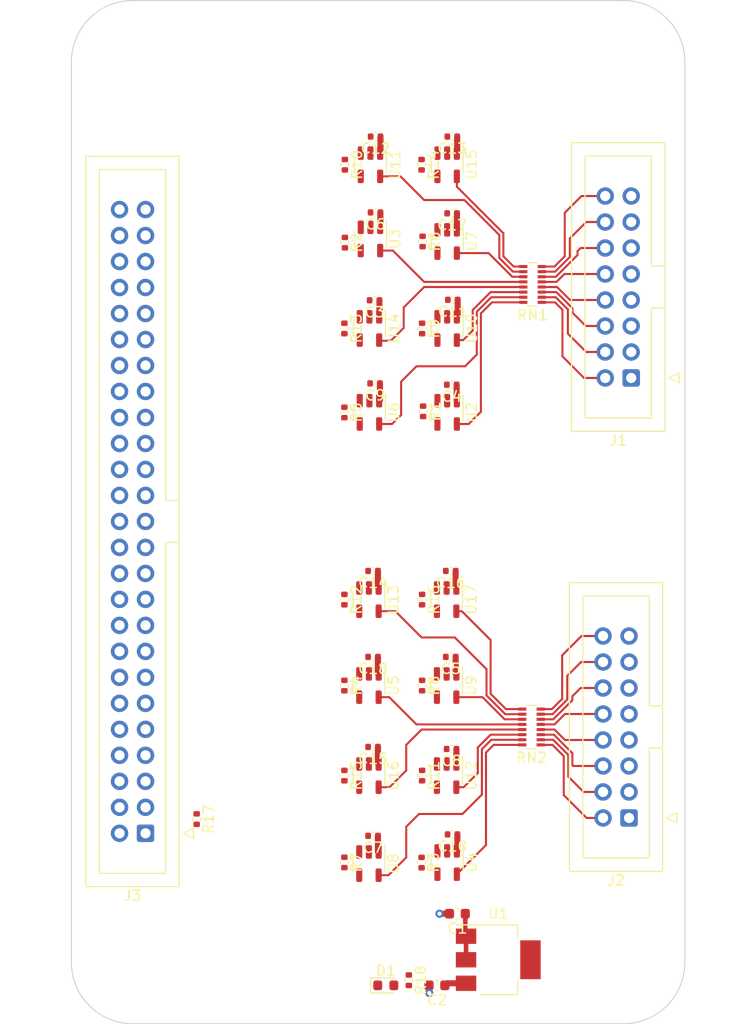
<source format=kicad_pcb>
(kicad_pcb (version 20211014) (generator pcbnew)
  (layers (0 "F.Cu" power) (1 "In1.Cu" signal) (2 "In2.Cu" signal) (31 "B.Cu" power) (34 "B.Paste" user) (35 "F.Paste" user) (36 "B.SilkS" user "B.Silkscreen") (37 "F.SilkS" user "F.Silkscreen") (38 "B.Mask" user) (39 "F.Mask" user) (44 "Edge.Cuts" user))
  (net 0 "")
  (net 1 "+4V")
  (net 2 "GND")
  (net 3 "VCC")
  (net 4 "Net-(D1-Pad2)")
  (net 5 "Net-(J1-Pad2)")
  (net 6 "Net-(J1-Pad4)")
  (net 7 "Net-(J1-Pad6)")
  (net 8 "Net-(J1-Pad8)")
  (net 9 "Net-(J1-Pad10)")
  (net 10 "Net-(J1-Pad12)")
  (net 11 "Net-(J1-Pad14)")
  (net 12 "Net-(J1-Pad16)")
  (net 13 "Net-(J2-Pad2)")
  (net 14 "Net-(J2-Pad4)")
  (net 15 "Net-(J2-Pad6)")
  (net 16 "Net-(J2-Pad8)")
  (net 17 "Net-(J2-Pad10)")
  (net 18 "Net-(J2-Pad12)")
  (net 19 "Net-(J2-Pad14)")
  (net 20 "Net-(J2-Pad16)")
  (net 21 "/~{Probe detect}")
  (net 26 "/D8-")
  (net 27 "/D8+")
  (net 28 "/D9+")
  (net 29 "/D9-")
  (net 30 "/D0-")
  (net 31 "/D0+")
  (net 32 "/D1+")
  (net 33 "/D1-")
  (net 34 "/D10-")
  (net 35 "/D10+")
  (net 36 "/D11-")
  (net 37 "/D11+")
  (net 38 "/D2-")
  (net 39 "/D2+")
  (net 40 "/D3+")
  (net 41 "/D3-")
  (net 42 "/D12-")
  (net 43 "/D12+")
  (net 44 "/D13+")
  (net 45 "/D13-")
  (net 46 "/D4-")
  (net 47 "/D4+")
  (net 48 "/D5+")
  (net 49 "/D5-")
  (net 50 "/D14+")
  (net 51 "/D14-")
  (net 52 "/D15+")
  (net 53 "/D15-")
  (net 54 "/D6-")
  (net 55 "/D6+")
  (net 56 "/D7+")
  (net 57 "/D7-")
  (net 58 "/Di7")
  (net 59 "/Di6")
  (net 60 "/Di5")
  (net 61 "/Di4")
  (net 62 "/Di3")
  (net 63 "/Di2")
  (net 64 "/Di1")
  (net 65 "/Di0")
  (net 66 "/Di15")
  (net 67 "/Di14")
  (net 68 "/Di13")
  (net 69 "/Di12")
  (net 70 "/Di11")
  (net 71 "/Di10")
  (net 72 "/Di9")
  (net 73 "/Di8")
  (footprint "Capacitor_SMD:C_0402_1005Metric" (layer "F.Cu") (at 29.740906 20.712914 180)
    (fp_text reference "C6")
    (fp_text value "100n")
  )
  (footprint "Capacitor_SMD:C_0402_1005Metric" (layer "F.Cu") (at 29.5 64.15 180)
    (fp_text reference "C18")
    (fp_text value "100n")
  )
  (footprint "Package_TO_SOT_SMD:SOT-23-5" (layer "F.Cu") (at 29.25 16.05 -90)
    (fp_text reference "U11")
    (fp_text value "SN65LVDS1DBV")
  )
  (footprint "Capacitor_SMD:C_0402_1005Metric" (layer "F.Cu") (at 29.5 55.75 180)
    (fp_text reference "C14")
    (fp_text value "100n")
  )
  (footprint "Resistor_SMD:R_0402_1005Metric" (layer "F.Cu") (at 12.25 80 -90)
    (fp_text reference "R17")
    (fp_text value "100R")
  )
  (footprint "Resistor_SMD:R_0402_1005Metric" (layer "F.Cu") (at 34.4 40.15 -90)
    (fp_text reference "R1")
    (fp_text value "100R")
  )
  (footprint "Capacitor_SMD:C_0402_1005Metric" (layer "F.Cu") (at 29.699146 37.42 180)
    (fp_text reference "C9")
    (fp_text value "100n")
  )
  (footprint "Resistor_SMD:R_Array_Convex_8x0602" (layer "F.Cu") (at 45 71 180)
    (fp_text reference "RN2")
    (fp_text value "100R")
  )
  (footprint "Capacitor_SMD:C_0402_1005Metric" (layer "F.Cu") (at 37.18 73.15 180)
    (fp_text reference "C8")
    (fp_text value "100n")
  )
  (footprint "Resistor_SMD:R_0402_1005Metric" (layer "F.Cu") (at 26.7 32.05 -90)
    (fp_text reference "R13")
    (fp_text value "100R")
  )
  (footprint "Capacitor_SMD:C_0402_1005Metric" (layer "F.Cu") (at 37.23 20.8 180)
    (fp_text reference "C17")
    (fp_text value "100n")
  )
  (footprint "Capacitor_SMD:C_0402_1005Metric" (layer "F.Cu") (at 37.1 64.15 180)
    (fp_text reference "C5")
    (fp_text value "100n")
  )
  (footprint "Capacitor_SMD:C_0402_1005Metric" (layer "F.Cu") (at 29.5 72.95 180)
    (fp_text reference "C15")
    (fp_text value "100n")
  )
  (footprint "ownLib:MountingHole_3.2mm_M3_no_Mask" (layer "F.Cu") (at 6 6)
    (fp_text reference "REF**" hide)
    (fp_text value "MountingHole_3.2mm_M3_no_Mask")
  )
  (footprint "Resistor_SMD:R_0402_1005Metric" (layer "F.Cu") (at 26.7 58.55 -90)
    (fp_text reference "R12")
    (fp_text value "100R")
  )
  (footprint "Connector_IDC:IDC-Header_2x25_P2.54mm_Vertical" (layer "F.Cu") (at 7.25 81.39 180)
    (fp_text reference "J3")
    (fp_text value "Connector Oscilloscope")
  )
  (footprint "Package_TO_SOT_SMD:SOT-23-5" (layer "F.Cu") (at 29.15 32.05 -90)
    (fp_text reference "U14")
    (fp_text value "SN65LVDS1DBV")
  )
  (footprint "Package_TO_SOT_SMD:SOT-23-5" (layer "F.Cu") (at 36.7 58.55 -90)
    (fp_text reference "U17")
    (fp_text value "SN65LVDS1DBV")
  )
  (footprint "Package_TO_SOT_SMD:SOT-23-5" (layer "F.Cu") (at 36.7 66.95 -90)
    (fp_text reference "U9")
    (fp_text value "SN65LVDS1DBV")
  )
  (footprint "Resistor_SMD:R_0402_1005Metric" (layer "F.Cu") (at 26.7 75.75 -90)
    (fp_text reference "R15")
    (fp_text value "100R")
  )
  (footprint "Capacitor_SMD:C_0402_1005Metric" (layer "F.Cu") (at 37.25 13.3 180)
    (fp_text reference "C13")
    (fp_text value "100n")
  )
  (footprint "Resistor_SMD:R_0402_1005Metric" (layer "F.Cu") (at 34.35 23.55 -90)
    (fp_text reference "R6")
    (fp_text value "100R")
  )
  (footprint "Package_TO_SOT_SMD:SOT-223" (layer "F.Cu") (at 41.75 93.75)
    (fp_text reference "U1")
    (fp_text value "MC33375ST-3.3T3G")
  )
  (footprint "Package_TO_SOT_SMD:SOT-23-5" (layer "F.Cu") (at 36.7 75.75 -90)
    (fp_text reference "U12")
    (fp_text value "SN65LVDS1DBV")
  )
  (footprint "Capacitor_SMD:C_0603_1608Metric" (layer "F.Cu") (at 35.75 96.25 180)
    (fp_text reference "C2")
    (fp_text value "10u")
  )
  (footprint "Package_TO_SOT_SMD:SOT-23-5" (layer "F.Cu") (at 29.1 84.35 -90)
    (fp_text reference "U8")
    (fp_text value "SN65LVDS1DBV")
  )
  (footprint "Capacitor_SMD:C_0402_1005Metric" (layer "F.Cu") (at 37.3 29.25 180)
    (fp_text reference "C11")
    (fp_text value "100n")
  )
  (footprint "Package_TO_SOT_SMD:SOT-23-5" (layer "F.Cu") (at 36.75 40.25 -90)
    (fp_text reference "U2")
    (fp_text value "SN65LVDS1DBV")
  )
  (footprint "Resistor_SMD:R_0402_1005Metric" (layer "F.Cu") (at 34.3 66.95 -90)
    (fp_text reference "R8")
    (fp_text value "100R")
  )
  (footprint "ownLib:MountingHole_3.2mm_M3_no_Mask" (layer "F.Cu") (at 54 6)
    (fp_text reference "REF**" hide)
    (fp_text value "MountingHole_3.2mm_M3_no_Mask")
  )
  (footprint "Package_TO_SOT_SMD:SOT-23-5" (layer "F.Cu") (at 36.75 84.25 -90)
    (fp_text reference "U4")
    (fp_text value "SN65LVDS1DBV")
  )
  (footprint "Capacitor_SMD:C_0402_1005Metric" (layer "F.Cu") (at 37.1 55.75 180)
    (fp_text reference "C16")
    (fp_text value "100n")
  )
  (footprint "ownLib:MountingHole_3.2mm_M3_no_Mask" (layer "F.Cu") (at 6 94)
    (fp_text reference "REF**" hide)
    (fp_text value "MountingHole_3.2mm_M3_no_Mask")
  )
  (footprint "Resistor_SMD:R_0402_1005Metric" (layer "F.Cu") (at 34.3 58.55 -90)
    (fp_text reference "R16")
    (fp_text value "100R")
  )
  (footprint "Diode_SMD:D_0603_1608Metric" (layer "F.Cu") (at 30.75 96.25)
    (fp_text reference "D1")
    (fp_text value "LED")
  )
  (footprint "Resistor_SMD:R_0402_1005Metric" (layer "F.Cu") (at 34.3 32.05 -90)
    (fp_text reference "R9")
    (fp_text value "100R")
  )
  (footprint "Package_TO_SOT_SMD:SOT-23-5" (layer "F.Cu") (at 29.1 66.95 -90)
    (fp_text reference "U5")
    (fp_text value "SN65LVDS1DBV")
  )
  (footprint "Capacitor_SMD:C_0402_1005Metric" (layer "F.Cu") (at 29.5 81.6375 180)
    (fp_text reference "C7")
    (fp_text value "100n")
  )
  (footprint "Package_TO_SOT_SMD:SOT-23-5" (layer "F.Cu") (at 36.75 32.05 -90)
    (fp_text reference "U10")
    (fp_text value "SN65LVDS1DBV")
  )
  (footprint "Package_TO_SOT_SMD:SOT-23-5" (layer "F.Cu") (at 29.1 58.55 -90)
    (fp_text reference "U13")
    (fp_text value "SN65LVDS1DBV")
  )
  (footprint "Capacitor_SMD:C_0402_1005Metric" (layer "F.Cu") (at 29.65 29.3 180)
    (fp_text reference "C3")
    (fp_text value "100n")
  )
  (footprint "Package_TO_SOT_SMD:SOT-23-5" (layer "F.Cu") (at 36.75 16.05 -90)
    (fp_text reference "U15")
    (fp_text value "SN65LVDS1DBV")
  )
  (footprint "Resistor_SMD:R_0402_1005Metric" (layer "F.Cu") (at 34.3 75.75 -90)
    (fp_text reference "R11")
    (fp_text value "100R")
  )
  (footprint "Capacitor_SMD:C_0402_1005Metric" (layer "F.Cu") (at 29.75 13.3 180)
    (fp_text reference "C12")
    (fp_text value "100n")
  )
  (footprint "Connector_IDC:IDC-Header_2x08_P2.54mm_Vertical" (layer "F.Cu") (at 54.54 79.89 180)
    (fp_text reference "J2")
    (fp_text value "Input 8 - 15")
  )
  (footprint "Resistor_SMD:R_Array_Convex_8x0602" (layer "F.Cu") (at 45.1 27.75 180)
    (fp_text reference "RN1")
    (fp_text value "100R")
  )
  (footprint "Resistor_SMD:R_0402_1005Metric" (layer "F.Cu") (at 26.7 66.95 -90)
    (fp_text reference "R4")
    (fp_text value "100R")
  )
  (footprint "Package_TO_SOT_SMD:SOT-23-5" (layer "F.Cu") (at 29.25 23.3 -90)
    (fp_text reference "U3")
    (fp_text value "SN65LVDS1DBV")
  )
  (footprint "Resistor_SMD:R_0402_1005Metric" (layer "F.Cu") (at 26.75 23.6625 -90)
    (fp_text reference "R2")
    (fp_text value "100R")
  )
  (footprint "Package_TO_SOT_SMD:SOT-23-5" (layer "F.Cu") (at 29.1 75.75 -90)
    (fp_text reference "U16")
    (fp_text value "SN65LVDS1DBV")
  )
  (footprint "Capacitor_SMD:C_0402_1005Metric" (layer "F.Cu") (at 37.2 37.55 180)
    (fp_text reference "C4")
    (fp_text value "100n")
  )
  (footprint "Resistor_SMD:R_0402_1005Metric" (layer "F.Cu") (at 26.7 84.2375 -90)
    (fp_text reference "R7")
    (fp_text value "100R")
  )
  (footprint "ownLib:MountingHole_3.2mm_M3_no_Mask" (layer "F.Cu") (at 54 94)
    (fp_text reference "REF**" hide)
    (fp_text value "MountingHole_3.2mm_M3_no_Mask")
  )
  (footprint "Package_TO_SOT_SMD:SOT-23-5" (layer "F.Cu") (at 29.15 40.25 -90)
    (fp_text reference "U6")
    (fp_text value "SN65LVDS1DBV")
  )
  (footprint "Resistor_SMD:R_0402_1005Metric" (layer "F.Cu") (at 26.75 16.05 -90)
    (fp_text reference "R10")
    (fp_text value "100R")
  )
  (footprint "Resistor_SMD:R_0402_1005Metric" (layer "F.Cu") (at 33 95.75 -90)
    (fp_text reference "R18")
    (fp_text value "5k")
  )
  (footprint "Resistor_SMD:R_0402_1005Metric" (layer "F.Cu") (at 34.25 16.05 -90)
    (fp_text reference "R14")
    (fp_text value "100R")
  )
  (footprint "Resistor_SMD:R_0402_1005Metric" (layer "F.Cu") (at 34.25 84.25 -90)
    (fp_text reference "R3")
    (fp_text value "100R")
  )
  (footprint "Capacitor_SMD:C_0402_1005Metric" (layer "F.Cu") (at 37.27 81.5 180)
    (fp_text reference "C10")
    (fp_text value "100n")
  )
  (footprint "Package_TO_SOT_SMD:SOT-23-5" (layer "F.Cu") (at 36.75 23.55 -90)
    (fp_text reference "U7")
    (fp_text value "SN65LVDS1DBV")
  )
  (footprint "Capacitor_SMD:C_0603_1608Metric" (layer "F.Cu") (at 37.75 89.25 180)
    (fp_text reference "C1")
    (fp_text value "10u")
  )
  (footprint "Connector_IDC:IDC-Header_2x08_P2.54mm_Vertical" (layer "F.Cu") (at 54.7525 36.89 180)
    (fp_text reference "J1")
    (fp_text value "Input 0 - 7")
  )
  (footprint "Resistor_SMD:R_0402_1005Metric" (layer "F.Cu") (at 26.699146 40.26 -90)
    (fp_text reference "R5")
    (fp_text value "100R")
  )
  (gr_arc (start 60 94) (mid 58.242641 98.242641) (end 54 100) (layer "Edge.Cuts") (width 0.1))
  (gr_arc (start 54 0) (mid 58.242641 1.757359) (end 60 6) (layer "Edge.Cuts") (width 0.1))
  (gr_line (start 54 100) (end 6 100) (layer "Edge.Cuts") (width 0.1))
  (gr_arc (start 6 100) (mid 1.757359 98.242641) (end 0 94) (layer "Edge.Cuts") (width 0.1))
  (gr_line (start 0 94) (end 0 6) (layer "Edge.Cuts") (width 0.1))
  (gr_arc (start 0 6) (mid 1.757359 1.757359) (end 6 0) (layer "Edge.Cuts") (width 0.1))
  (gr_line (start 60 6) (end 60 94) (layer "Edge.Cuts") (width 0.1))
  (gr_line (start 6 0) (end 54 0) (layer "Edge.Cuts") (width 0.1))
  (segment (start 38.525 91.375) (end 38.6 91.45) (width 0.45) (layer "F.Cu") (net 1))
  (segment (start 38.525 89.25) (end 38.525 91.375) (width 0.45) (layer "F.Cu") (net 1))
  (segment (start 38.6 91.45) (end 38.6 93.75) (width 0.45) (layer "F.Cu") (net 1))
  (segment (start 34.975 96.25) (end 34.975 96.975) (width 0.6) (layer "F.Cu") (net 2))
  (segment (start 34.975 96.975) (end 35 97) (width 0.6) (layer "F.Cu") (net 2))
  (segment (start 36.975 89.25) (end 36 89.25) (width 0.6) (layer "F.Cu") (net 2))
  (via (at 36 89.25) (size 0.8) (drill 0.4) (layers "F.Cu" "B.Cu") (net 2))
  (via (at 35 97) (size 0.8) (drill 0.4) (layers "F.Cu" "B.Cu") (net 2))
  (segment (start 36.725 96.05) (end 36.525 96.25) (width 0.6) (layer "F.Cu") (net 3))
  (segment (start 37.68 37.55) (end 37.68 39.0925) (width 0.6) (layer "F.Cu") (net 3))
  (segment (start 30.179146 39.033354) (end 30.1 39.1125) (width 0.6) (layer "F.Cu") (net 3))
  (segment (start 29.98 55.75) (end 29.98 57.3425) (width 0.6) (layer "F.Cu") (net 3))
  (segment (start 37.66 73.15) (end 37.66 74.6025) (width 0.6) (layer "F.Cu") (net 3))
  (segment (start 29.98 74.5425) (end 30.05 74.6125) (width 0.6) (layer "F.Cu") (net 3))
  (segment (start 37.58 65.7425) (end 37.65 65.8125) (width 0.6) (layer "F.Cu") (net 3))
  (segment (start 29.98 81.6375) (end 29.98 83.1425) (width 0.6) (layer "F.Cu") (net 3))
  (segment (start 30.13 30.8825) (end 30.1 30.9125) (width 0.6) (layer "F.Cu") (net 3))
  (segment (start 30.23 13.3) (end 30.23 14.8825) (width 0.6) (layer "F.Cu") (net 3))
  (segment (start 37.73 14.8825) (end 37.7 14.9125) (width 0.6) (layer "F.Cu") (net 3))
  (segment (start 29.98 57.3425) (end 30.05 57.4125) (width 0.6) (layer "F.Cu") (net 3))
  (segment (start 37.73 13.3) (end 37.73 14.8825) (width 0.6) (layer "F.Cu") (net 3))
  (segment (start 29.98 83.1425) (end 30.05 83.2125) (width 0.6) (layer "F.Cu") (net 3))
  (segment (start 37.68 39.0925) (end 37.7 39.1125) (width 0.6) (layer "F.Cu") (net 3))
  (segment (start 37.71 20.8) (end 37.71 22.4025) (width 0.6) (layer "F.Cu") (net 3))
  (segment (start 29.98 64.15) (end 29.98 65.7425) (width 0.6) (layer "F.Cu") (net 3))
  (segment (start 37.78 29.25) (end 37.78 30.8325) (width 0.6) (layer "F.Cu") (net 3))
  (segment (start 38.6 96.05) (end 36.725 96.05) (width 0.6) (layer "F.Cu") (net 3))
  (segment (start 29.98 65.7425) (end 30.05 65.8125) (width 0.6) (layer "F.Cu") (net 3))
  (segment (start 37.58 64.15) (end 37.58 65.7425) (width 0.6) (layer "F.Cu") (net 3))
  (segment (start 30.220906 20.712914) (end 30.220906 22.141594) (width 0.6) (layer "F.Cu") (net 3))
  (segment (start 30.220906 22.141594) (end 30.2 22.1625) (width 0.6) (layer "F.Cu") (net 3))
  (segment (start 30.179146 37.42) (end 30.179146 39.033354) (width 0.6) (layer "F.Cu") (net 3))
  (segment (start 37.75 81.5) (end 37.75 83.0625) (width 0.6) (layer "F.Cu") (net 3))
  (segment (start 37.78 30.8325) (end 37.7 30.9125) (width 0.6) (layer "F.Cu") (net 3))
  (segment (start 29.98 72.95) (end 29.98 74.5425) (width 0.6) (layer "F.Cu") (net 3))
  (segment (start 37.58 57.3425) (end 37.65 57.4125) (width 0.6) (layer "F.Cu") (net 3))
  (segment (start 37.58 55.75) (end 37.58 57.3425) (width 0.6) (layer "F.Cu") (net 3))
  (segment (start 37.66 74.6025) (end 37.65 74.6125) (width 0.6) (layer "F.Cu") (net 3))
  (segment (start 37.75 83.0625) (end 37.7 83.1125) (width 0.6) (layer "F.Cu") (net 3))
  (segment (start 30.23 14.8825) (end 30.2 14.9125) (width 0.6) (layer "F.Cu") (net 3))
  (segment (start 30.13 29.3) (end 30.13 30.8825) (width 0.6) (layer "F.Cu") (net 3))
  (segment (start 37.71 22.4025) (end 37.7 22.4125) (width 0.6) (layer "F.Cu") (net 3))
  (segment (start 46 29.5) (end 47.304982 29.5) (width 0.2) (layer "F.Cu") (net 5))
  (segment (start 48.027491 34.777491) (end 50.14 36.89) (width 0.2) (layer "F.Cu") (net 5))
  (segment (start 50.14 36.89) (end 52.2125 36.89) (width 0.2) (layer "F.Cu") (net 5))
  (segment (start 47.304982 29.5) (end 48.027491 30.222509) (width 0.2) (layer "F.Cu") (net 5))
  (segment (start 48.027491 30.222509) (end 48.027491 34.777491) (width 0.2) (layer "F.Cu") (net 5))
  (segment (start 48.559994 32.559994) (end 50.35 34.35) (width 0.2) (layer "F.Cu") (net 6))
  (segment (start 48.559994 30.190006) (end 48.559994 32.559994) (width 0.2) (layer "F.Cu") (net 6))
  (segment (start 47.369988 29) (end 48.559994 30.190006) (width 0.2) (layer "F.Cu") (net 6))
  (segment (start 46 29) (end 47.369988 29) (width 0.2) (layer "F.Cu") (net 6))
  (segment (start 50.35 34.35) (end 52.2125 34.35) (width 0.2) (layer "F.Cu") (net 6))
  (segment (start 50.31 31.81) (end 52.2125 31.81) (width 0.2) (layer "F.Cu") (net 7))
  (segment (start 47.434994 28.5) (end 49 30.065006) (width 0.2) (layer "F.Cu") (net 7))
  (segment (start 49 30.5) (end 50.31 31.81) (width 0.2) (layer "F.Cu") (net 7))
  (segment (start 46 28.5) (end 47.434994 28.5) (width 0.2) (layer "F.Cu") (net 7))
  (segment (start 49 30.065006) (end 49 30.5) (width 0.2) (layer "F.Cu") (net 7))
  (segment (start 48.77 29.27) (end 52.2125 29.27) (width 0.2) (layer "F.Cu") (net 8))
  (segment (start 46 28) (end 47.5 28) (width 0.2) (layer "F.Cu") (net 8))
  (segment (start 47.5 28) (end 48.77 29.27) (width 0.2) (layer "F.Cu") (net 8))
  (segment (start 46 27.5) (end 47.445018 27.5) (width 0.2) (layer "F.Cu") (net 9))
  (segment (start 47.445018 27.5) (end 48.215018 26.73) (width 0.2) (layer "F.Cu") (net 9))
  (segment (start 48.215018 26.73) (end 52.2125 26.73) (width 0.2) (layer "F.Cu") (net 9))
  (segment (start 49.81 24.19) (end 52.2125 24.19) (width 0.2) (layer "F.Cu") (net 10))
  (segment (start 49.5 24.880012) (end 49.5 24.5) (width 0.2) (layer "F.Cu") (net 10))
  (segment (start 49.5 24.5) (end 49.81 24.19) (width 0.2) (layer "F.Cu") (net 10))
  (segment (start 46 27) (end 47.380012 27) (width 0.2) (layer "F.Cu") (net 10))
  (segment (start 47.380012 27) (end 49.5 24.880012) (width 0.2) (layer "F.Cu") (net 10))
  (segment (start 50.35 21.65) (end 52.2125 21.65) (width 0.2) (layer "F.Cu") (net 11))
  (segment (start 46 26.5) (end 47.315006 26.5) (width 0.2) (layer "F.Cu") (net 11))
  (segment (start 48.75 25.065006) (end 48.75 23.25) (width 0.2) (layer "F.Cu") (net 11))
  (segment (start 47.315006 26.5) (end 48.75 25.065006) (width 0.2) (layer "F.Cu") (net 11))
  (segment (start 48.75 23.25) (end 50.35 21.65) (width 0.2) (layer "F.Cu") (net 11))
  (segment (start 46 26) (end 47.25 26) (width 0.2) (layer "F.Cu") (net 12))
  (segment (start 47.25 26) (end 48.25 25) (width 0.2) (layer "F.Cu") (net 12))
  (segment (start 48.25 20.75) (end 49.89 19.11) (width 0.2) (layer "F.Cu") (net 12))
  (segment (start 48.25 25) (end 48.25 20.75) (width 0.2) (layer "F.Cu") (net 12))
  (segment (start 49.89 19.11) (end 52.2125 19.11) (width 0.2) (layer "F.Cu") (net 12))
  (segment (start 45.9 72.75) (end 47.054982 72.75) (width 0.2) (layer "F.Cu") (net 13))
  (segment (start 48.152491 73.847509) (end 48.152491 77.652491) (width 0.2) (layer "F.Cu") (net 13))
  (segment (start 50.39 79.89) (end 52 79.89) (width 0.2) (layer "F.Cu") (net 13))
  (segment (start 48.152491 77.652491) (end 50.39 79.89) (width 0.2) (layer "F.Cu") (net 13))
  (segment (start 47.054982 72.75) (end 48.152491 73.847509) (width 0.2) (layer "F.Cu") (net 13))
  (segment (start 48.60048 75.85048) (end 50.1 77.35) (width 0.2) (layer "F.Cu") (net 14))
  (segment (start 45.9 72.25) (end 47.119988 72.25) (width 0.2) (layer "F.Cu") (net 14))
  (segment (start 47.119988 72.25) (end 48.60048 73.730492) (width 0.2) (layer "F.Cu") (net 14))
  (segment (start 48.60048 73.730492) (end 48.60048 75.85048) (width 0.2) (layer "F.Cu") (net 14))
  (segment (start 50.1 77.35) (end 52 77.35) (width 0.2) (layer "F.Cu") (net 14))
  (segment (start 49.06 74.81) (end 52 74.81) (width 0.2) (layer "F.Cu") (net 15))
  (segment (start 49 74.75) (end 49.06 74.81) (width 0.2) (layer "F.Cu") (net 15))
  (segment (start 45.9 71.75) (end 47.184994 71.75) (width 0.2) (layer "F.Cu") (net 15))
  (segment (start 47.184994 71.75) (end 49 73.565006) (width 0.2) (layer "F.Cu") (net 15))
  (segment (start 49 73.565006) (end 49 74.75) (width 0.2) (layer "F.Cu") (net 15))
  (segment (start 45.9 71.25) (end 47.25 71.25) (width 0.2) (layer "F.Cu") (net 16))
  (segment (start 48.27 72.27) (end 52 72.27) (width 0.2) (layer "F.Cu") (net 16))
  (segment (start 47.25 71.25) (end 48.27 72.27) (width 0.2) (layer "F.Cu") (net 16))
  (segment (start 47.25 70.75) (end 48.27 69.73) (width 0.2) (layer "F.Cu") (net 17))
  (segment (start 45.9 70.75) (end 47.25 70.75) (width 0.2) (layer "F.Cu") (net 17))
  (segment (start 48.27 69.73) (end 52 69.73) (width 0.2) (layer "F.Cu") (net 17))
  (segment (start 49.81 67.19) (end 52 67.19) (width 0.2) (layer "F.Cu") (net 18))
  (segment (start 49 68) (end 49.81 67.19) (width 0.2) (layer "F.Cu") (net 18))
  (segment (start 47.130012 70.25) (end 49 68.380012) (width 0.2) (layer "F.Cu") (net 18))
  (segment (start 49 68.380012) (end 49 68) (width 0.2) (layer "F.Cu") (net 18))
  (segment (start 45.9 70.25) (end 47.130012 70.25) (width 0.2) (layer "F.Cu") (net 18))
  (segment (start 45.9 69.75) (end 47.065006 69.75) (width 0.2) (layer "F.Cu") (net 19))
  (segment (start 47.065006 69.75) (end 48.5 68.315006) (width 0.2) (layer "F.Cu") (net 19))
  (segment (start 48.5 66) (end 49.85 64.65) (width 0.2) (layer "F.Cu") (net 19))
  (segment (start 49.85 64.65) (end 52 64.65) (width 0.2) (layer "F.Cu") (net 19))
  (segment (start 48.5 68.315006) (end 48.5 66) (width 0.2) (layer "F.Cu") (net 19))
  (segment (start 49.89 62.11) (end 52 62.11) (width 0.2) (layer "F.Cu") (net 20))
  (segment (start 47 69.25) (end 48 68.25) (width 0.2) (layer "F.Cu") (net 20))
  (segment (start 48 68.25) (end 48 64) (width 0.2) (layer "F.Cu") (net 20))
  (segment (start 48 64) (end 49.89 62.11) (width 0.2) (layer "F.Cu") (net 20))
  (segment (start 45.9 69.25) (end 47 69.25) (width 0.2) (layer "F.Cu") (net 20))
  (segment (start 42.25 22.75) (end 42.25 25) (width 0.2) (layer "F.Cu") (net 58))
  (segment (start 37.7 17.1875) (end 37.7 18.2) (width 0.2) (layer "F.Cu") (net 58))
  (segment (start 42.25 25) (end 43.25 26) (width 0.2) (layer "F.Cu") (net 58))
  (segment (start 43.25 26) (end 44.2 26) (width 0.2) (layer "F.Cu") (net 58))
  (segment (start 37.7 18.2) (end 42.25 22.75) (width 0.2) (layer "F.Cu") (net 58))
  (segment (start 34.5 19.5) (end 38.434994 19.5) (width 0.2) (layer "F.Cu") (net 59))
  (segment (start 38.434994 19.5) (end 41.85048 22.915486) (width 0.2) (layer "F.Cu") (net 59))
  (segment (start 41.85048 22.915486) (end 41.85048 25.165486) (width 0.2) (layer "F.Cu") (net 59))
  (segment (start 41.85048 25.165486) (end 43.184994 26.5) (width 0.2) (layer "F.Cu") (net 59))
  (segment (start 32.1875 17.1875) (end 34.5 19.5) (width 0.2) (layer "F.Cu") (net 59))
  (segment (start 43.184994 26.5) (end 44.2 26.5) (width 0.2) (layer "F.Cu") (net 59))
  (segment (start 30.2 17.1875) (end 32.1875 17.1875) (width 0.2) (layer "F.Cu") (net 59))
  (segment (start 40.807488 24.6875) (end 43.119988 27) (width 0.2) (layer "F.Cu") (net 60))
  (segment (start 43.119988 27) (end 44.2 27) (width 0.2) (layer "F.Cu") (net 60))
  (segment (start 37.7 24.6875) (end 40.807488 24.6875) (width 0.2) (layer "F.Cu") (net 60))
  (segment (start 30.2 24.4375) (end 31.4375 24.4375) (width 0.2) (layer "F.Cu") (net 61))
  (segment (start 31.4375 24.4375) (end 34.5 27.5) (width 0.2) (layer "F.Cu") (net 61))
  (segment (start 34.5 27.5) (end 44.2 27.5) (width 0.2) (layer "F.Cu") (net 61))
  (segment (start 32.5 32) (end 32.5 30) (width 0.2) (layer "F.Cu") (net 62))
  (segment (start 34.5 28) (end 44.2 28) (width 0.2) (layer "F.Cu") (net 62))
  (segment (start 30.1625 33.25) (end 31.25 33.25) (width 0.2) (layer "F.Cu") (net 62))
  (segment (start 31.25 33.25) (end 32.5 32) (width 0.2) (layer "F.Cu") (net 62))
  (segment (start 30.1 33.1875) (end 30.1625 33.25) (width 0.2) (layer "F.Cu") (net 62))
  (segment (start 32.5 30) (end 34.5 28) (width 0.2) (layer "F.Cu") (net 62))
  (segment (start 39.25 32.25) (end 39.25 30.25) (width 0.2) (layer "F.Cu") (net 63))
  (segment (start 38.3125 33.1875) (end 39.25 32.25) (width 0.2) (layer "F.Cu") (net 63))
  (segment (start 37.7 33.1875) (end 38.3125 33.1875) (width 0.2) (layer "F.Cu") (net 63))
  (segment (start 41 28.5) (end 44.2 28.5) (width 0.2) (layer "F.Cu") (net 63))
  (segment (start 39.25 30.25) (end 41 28.5) (width 0.2) (layer "F.Cu") (net 63))
  (segment (start 39.64952 34.60048) (end 39.64952 30.415486) (width 0.2) (layer "F.Cu") (net 64))
  (segment (start 30.1 41.3875) (end 31.3625 41.3875) (width 0.2) (layer "F.Cu") (net 64))
  (segment (start 41.065006 29) (end 44.2 29) (width 0.2) (layer "F.Cu") (net 64))
  (segment (start 38.5 35.75) (end 39.64952 34.60048) (width 0.2) (layer "F.Cu") (net 64))
  (segment (start 31.3625 41.3875) (end 32.25 40.5) (width 0.2) (layer "F.Cu") (net 64))
  (segment (start 32.25 40.5) (end 32.25 37.25) (width 0.2) (layer "F.Cu") (net 64))
  (segment (start 32.25 37.25) (end 33.75 35.75) (width 0.2) (layer "F.Cu") (net 64))
  (segment (start 39.64952 30.415486) (end 41.065006 29) (width 0.2) (layer "F.Cu") (net 64))
  (segment (start 33.75 35.75) (end 38.5 35.75) (width 0.2) (layer "F.Cu") (net 64))
  (segment (start 38.8625 41.3875) (end 40.049039 40.200961) (width 0.2) (layer "F.Cu") (net 65))
  (segment (start 40.049039 30.580973) (end 41.130012 29.5) (width 0.2) (layer "F.Cu") (net 65))
  (segment (start 37.7 41.3875) (end 38.8625 41.3875) (width 0.2) (layer "F.Cu") (net 65))
  (segment (start 40.049039 40.200961) (end 40.049039 30.580973) (width 0.2) (layer "F.Cu") (net 65))
  (segment (start 41.130012 29.5) (end 44.2 29.5) (width 0.2) (layer "F.Cu") (net 65))
  (segment (start 41 62.5) (end 41 67.75) (width 0.2) (layer "F.Cu") (net 66))
  (segment (start 41 67.75) (end 42.5 69.25) (width 0.2) (layer "F.Cu") (net 66))
  (segment (start 42.5 69.25) (end 44.1 69.25) (width 0.2) (layer "F.Cu") (net 66))
  (segment (start 38.1875 59.6875) (end 41 62.5) (width 0.2) (layer "F.Cu") (net 66))
  (segment (start 37.65 59.6875) (end 38.1875 59.6875) (width 0.2) (layer "F.Cu") (net 66))
  (segment (start 40.60048 65.35048) (end 40.600481 67.915487) (width 0.2) (layer "F.Cu") (net 67))
  (segment (start 30.05 59.6875) (end 31.6875 59.6875) (width 0.2) (layer "F.Cu") (net 67))
  (segment (start 42.434994 69.75) (end 44.1 69.75) (width 0.2) (layer "F.Cu") (net 67))
  (segment (start 34.25 62.25) (end 37.5 62.25) (width 0.2) (layer "F.Cu") (net 67))
  (segment (start 31.6875 59.6875) (end 34.25 62.25) (width 0.2) (layer "F.Cu") (net 67))
  (segment (start 37.5 62.25) (end 40.60048 65.35048) (width 0.2) (layer "F.Cu") (net 67))
  (segment (start 40.600481 67.915487) (end 42.434994 69.75) (width 0.2) (layer "F.Cu") (net 67))
  (segment (start 42.369988 70.25) (end 44.1 70.25) (width 0.2) (layer "F.Cu") (net 68))
  (segment (start 37.65 68.0875) (end 40.207488 68.0875) (width 0.2) (layer "F.Cu") (net 68))
  (segment (start 40.207488 68.0875) (end 42.369988 70.25) (width 0.2) (layer "F.Cu") (net 68))
  (segment (start 33.75 70.75) (end 44.1 70.75) (width 0.2) (layer "F.Cu") (net 69))
  (segment (start 30.05 68.0875) (end 31.0875 68.0875) (width 0.2) (layer "F.Cu") (net 69))
  (segment (start 31.0875 68.0875) (end 33.75 70.75) (width 0.2) (layer "F.Cu") (net 69))
  (segment (start 31.1125 76.8875) (end 32.75 75.25) (width 0.2) (layer "F.Cu") (net 70))
  (segment (start 32.75 75.25) (end 32.75 72.75) (width 0.2) (layer "F.Cu") (net 70))
  (segment (start 32.75 72.75) (end 34.25 71.25) (width 0.2) (layer "F.Cu") (net 70))
  (segment (start 34.25 71.25) (end 44.1 71.25) (width 0.2) (layer "F.Cu") (net 70))
  (segment (start 30.05 76.8875) (end 31.1125 76.8875) (width 0.2) (layer "F.Cu") (net 70))
  (segment (start 41 71.75) (end 44.1 71.75) (width 0.2) (layer "F.Cu") (net 71))
  (segment (start 39.75 73) (end 41 71.75) (width 0.2) (layer "F.Cu") (net 71))
  (segment (start 37.65 76.8875) (end 38.3625 76.8875) (width 0.2) (layer "F.Cu") (net 71))
  (segment (start 39.75 75.5) (end 39.75 73) (width 0.2) (layer "F.Cu") (net 71))
  (segment (start 38.3625 76.8875) (end 39.75 75.5) (width 0.2) (layer "F.Cu") (net 71))
  (segment (start 40.149519 77.600481) (end 40.14952 73.165486) (width 0.2) (layer "F.Cu") (net 72))
  (segment (start 41.065006 72.25) (end 44.1 72.25) (width 0.2) (layer "F.Cu") (net 72))
  (segment (start 34 79.5) (end 38.25 79.5) (width 0.2) (layer "F.Cu") (net 72))
  (segment (start 30.05 85.4875) (end 31.0125 85.4875) (width 0.2) (layer "F.Cu") (net 72))
  (segment (start 40.14952 73.165486) (end 41.065006 72.25) (width 0.2) (layer "F.Cu") (net 72))
  (segment (start 32.75 83.75) (end 32.75 80.75) (width 0.2) (layer "F.Cu") (net 72))
  (segment (start 38.25 79.5) (end 40.149519 77.600481) (width 0.2) (layer "F.Cu") (net 72))
  (segment (start 31.0125 85.4875) (end 32.75 83.75) (width 0.2) (layer "F.Cu") (net 72))
  (segment (start 32.75 80.75) (end 34 79.5) (width 0.2) (layer "F.Cu") (net 72))
  (segment (start 40.549039 82.538461) (end 40.54904 73.5) (width 0.2) (layer "F.Cu") (net 73))
  (segment (start 40.54904 73.5) (end 41.29904 72.75) (width 0.2) (layer "F.Cu") (net 73))
  (segment (start 37.7 85.3875) (end 40.549039 82.538461) (width 0.2) (layer "F.Cu") (net 73))
  (segment (start 41.29904 72.75) (end 44.1 72.75) (width 0.2) (layer "F.Cu") (net 73))
)
</source>
